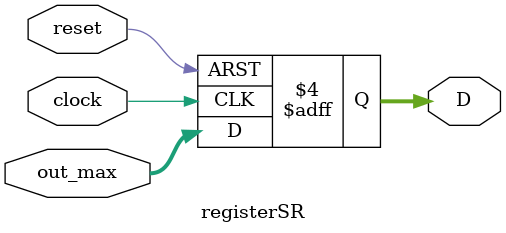
<source format=v>
module registerSR(clock,reset,out_max,D);

input clock,reset;
input[7:0] out_max;

output[7:0] D;

reg[7:0] D=8'b00000000;

always@(posedge clock or negedge reset)
begin
 if (reset==0)
 D=8'b00000000;
 else
 D=out_max;
 end
 
endmodule 
</source>
